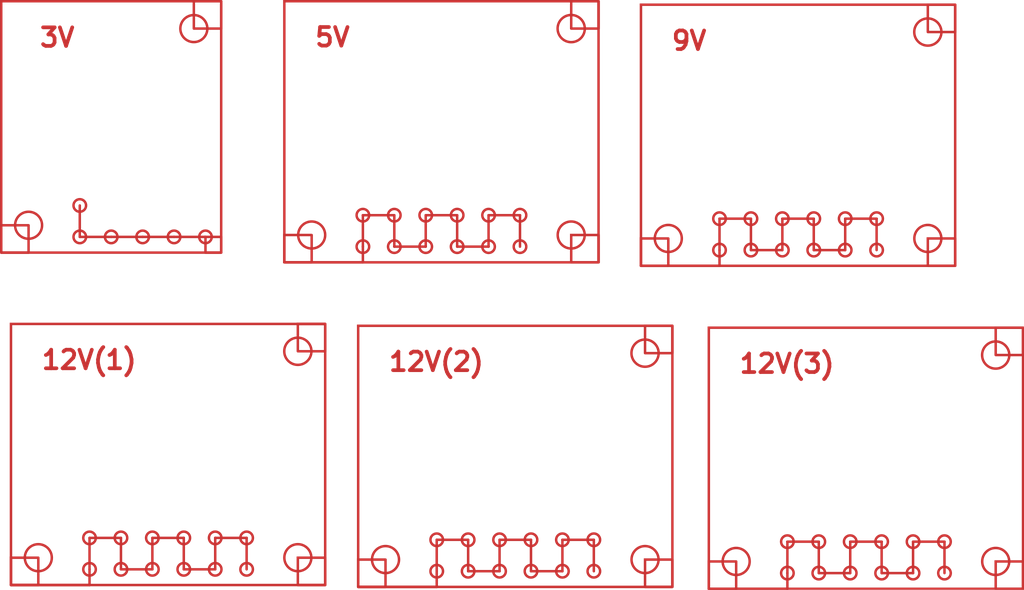
<source format=kicad_pcb>
(kicad_pcb
	(version 20241229)
	(generator "pcbnew")
	(generator_version "9.0")
	(general
		(thickness 1.6)
		(legacy_teardrops no)
	)
	(paper "A4")
	(layers
		(0 "F.Cu" signal)
		(2 "B.Cu" signal)
		(9 "F.Adhes" user "F.Adhesive")
		(11 "B.Adhes" user "B.Adhesive")
		(13 "F.Paste" user)
		(15 "B.Paste" user)
		(5 "F.SilkS" user "F.Silkscreen")
		(7 "B.SilkS" user "B.Silkscreen")
		(1 "F.Mask" user)
		(3 "B.Mask" user)
		(17 "Dwgs.User" user "User.Drawings")
		(19 "Cmts.User" user "User.Comments")
		(21 "Eco1.User" user "User.Eco1")
		(23 "Eco2.User" user "User.Eco2")
		(25 "Edge.Cuts" user)
		(27 "Margin" user)
		(31 "F.CrtYd" user "F.Courtyard")
		(29 "B.CrtYd" user "B.Courtyard")
		(35 "F.Fab" user)
		(33 "B.Fab" user)
		(39 "User.1" user)
		(41 "User.2" user)
		(43 "User.3" user)
		(45 "User.4" user)
	)
	(setup
		(pad_to_mask_clearance 0)
		(allow_soldermask_bridges_in_footprints no)
		(tenting front back)
		(pcbplotparams
			(layerselection 0x00000000_00000000_55555555_5755f5ff)
			(plot_on_all_layers_selection 0x00000000_00000000_00000000_00000000)
			(disableapertmacros no)
			(usegerberextensions no)
			(usegerberattributes yes)
			(usegerberadvancedattributes yes)
			(creategerberjobfile yes)
			(dashed_line_dash_ratio 12.000000)
			(dashed_line_gap_ratio 3.000000)
			(svgprecision 4)
			(plotframeref no)
			(mode 1)
			(useauxorigin no)
			(hpglpennumber 1)
			(hpglpenspeed 20)
			(hpglpendiameter 15.000000)
			(pdf_front_fp_property_popups yes)
			(pdf_back_fp_property_popups yes)
			(pdf_metadata yes)
			(pdf_single_document no)
			(dxfpolygonmode yes)
			(dxfimperialunits yes)
			(dxfusepcbnewfont yes)
			(psnegative no)
			(psa4output no)
			(plot_black_and_white yes)
			(sketchpadsonfab no)
			(plotpadnumbers no)
			(hidednponfab no)
			(sketchdnponfab yes)
			(crossoutdnponfab yes)
			(subtractmaskfromsilk no)
			(outputformat 1)
			(mirror no)
			(drillshape 1)
			(scaleselection 1)
			(outputdirectory "")
		)
	)
	(net 0 "")
	(gr_line
		(start 32.5374 58.6232)
		(end 32.5374 61.1632)
		(stroke
			(width 0.2)
			(type default)
		)
		(layer "F.Cu")
		(uuid "017bb5fa-747d-46c2-a259-872d0de036aa")
	)
	(gr_circle
		(center 98.171 43.8404)
		(end 97.4598 44.6786)
		(stroke
			(width 0.2)
			(type default)
		)
		(fill no)
		(layer "F.Cu")
		(uuid "028f7d4a-49fc-461c-96b2-63a4089dfa99")
	)
	(gr_circle
		(center 86.0044 35.3568)
		(end 86.0044 34.8488)
		(stroke
			(width 0.2)
			(type default)
		)
		(fill no)
		(layer "F.Cu")
		(uuid "04027d57-783b-4ae4-bd51-23eb6efcb438")
	)
	(gr_circle
		(center 33.3502 17.4498)
		(end 33.3502 18.542)
		(stroke
			(width 0.2)
			(type default)
		)
		(fill no)
		(layer "F.Cu")
		(uuid "048f68d3-8bbb-4d32-8d0d-d0fd0e5ced2d")
	)
	(gr_circle
		(center 63.8556 17.4498)
		(end 63.1444 18.288)
		(stroke
			(width 0.2)
			(type default)
		)
		(fill no)
		(layer "F.Cu")
		(uuid "0d1651c0-9ad9-440c-9ad1-8342d67cefd7")
	)
	(gr_rect
		(start 74.9808 60.5282)
		(end 77.1906 62.738)
		(stroke
			(width 0.2)
			(type default)
		)
		(fill no)
		(layer "F.Cu")
		(uuid "0d287d1a-97d7-4425-821a-86e68e15d826")
	)
	(gr_line
		(start 63.1444 58.7756)
		(end 65.6844 58.7756)
		(stroke
			(width 0.2)
			(type default)
		)
		(layer "F.Cu")
		(uuid "0dbb3a34-a726-4977-b31f-71968799b972")
	)
	(gr_circle
		(center 19.9898 33.3502)
		(end 19.9898 32.258)
		(stroke
			(width 0.2)
			(type default)
		)
		(fill no)
		(layer "F.Cu")
		(uuid "0dc64463-4ea1-4c3e-99f9-c8e25f88db85")
	)
	(gr_circle
		(center 55.5244 61.3156)
		(end 55.9308 61.0108)
		(stroke
			(width 0.2)
			(type default)
		)
		(fill no)
		(layer "F.Cu")
		(uuid "0f5155ab-c94e-4d31-b184-fc04baeae081")
	)
	(gr_line
		(start 78.3844 32.8168)
		(end 78.3844 35.3568)
		(stroke
			(width 0.2)
			(type default)
		)
		(layer "F.Cu")
		(uuid "0fb14b5e-a921-47c7-ab8f-95da22b42ff0")
	)
	(gr_circle
		(center 60.6044 58.7756)
		(end 61.1124 58.7756)
		(stroke
			(width 0.2)
			(type default)
		)
		(fill no)
		(layer "F.Cu")
		(uuid "11d755bb-13f6-48a1-a82a-eac0c217bb77")
	)
	(gr_circle
		(center 55.5244 58.7756)
		(end 55.8292 58.3692)
		(stroke
			(width 0.2)
			(type default)
		)
		(fill no)
		(layer "F.Cu")
		(uuid "12bd74cf-2fa2-4b4f-8521-0ab707408a6d")
	)
	(gr_line
		(start 63.1444 61.3156)
		(end 63.1444 58.7756)
		(stroke
			(width 0.2)
			(type default)
		)
		(layer "F.Cu")
		(uuid "13508915-149a-4544-b801-3f60db84bb8b")
	)
	(gr_rect
		(start 92.6846 34.417)
		(end 94.8944 36.6268)
		(stroke
			(width 0.2)
			(type default)
		)
		(fill no)
		(layer "F.Cu")
		(uuid "13629bf9-c96a-4b46-8888-24345bc26fa1")
	)
	(gr_line
		(start 52.9844 61.3156)
		(end 52.9844 58.7756)
		(stroke
			(width 0.2)
			(type default)
		)
		(layer "F.Cu")
		(uuid "16074348-bfd0-4f3d-ba11-ea97221a71ed")
	)
	(gr_circle
		(center 41.7576 43.5356)
		(end 41.0464 44.3738)
		(stroke
			(width 0.2)
			(type default)
		)
		(fill no)
		(layer "F.Cu")
		(uuid "17418aed-b574-4d24-85a6-0d080d9db49a")
	)
	(gr_circle
		(center 58.0644 61.3156)
		(end 57.5564 61.3156)
		(stroke
			(width 0.2)
			(type default)
		)
		(fill no)
		(layer "F.Cu")
		(uuid "174c9129-de7f-489b-98e0-0947dfcdd5ff")
	)
	(gr_line
		(start 24.9174 58.6232)
		(end 27.4574 58.6232)
		(stroke
			(width 0.2)
			(type default)
		)
		(layer "F.Cu")
		(uuid "19829982-fad9-4374-98dd-d196878e4e3c")
	)
	(gr_circle
		(center 75.8444 32.8168)
		(end 75.8444 32.3088)
		(stroke
			(width 0.2)
			(type default)
		)
		(fill no)
		(layer "F.Cu")
		(uuid "1bb1f699-ef38-4056-811e-dab6326b1973")
	)
	(gr_circle
		(center 63.1444 61.3156)
		(end 63.1444 60.8076)
		(stroke
			(width 0.2)
			(type default)
		)
		(fill no)
		(layer "F.Cu")
		(uuid "1de4c85c-822b-4de2-a753-b2f4c345b252")
	)
	(gr_rect
		(start 63.8556 15.24)
		(end 66.0654 17.4498)
		(stroke
			(width 0.2)
			(type default)
		)
		(fill no)
		(layer "F.Cu")
		(uuid "1f5220b4-85c4-4825-9cb8-5540edd776f1")
	)
	(gr_rect
		(start 18.5674 41.3258)
		(end 43.9674 62.4332)
		(stroke
			(width 0.2)
			(type default)
		)
		(fill no)
		(layer "F.Cu")
		(uuid "21ce7aff-9844-4490-9c12-f634a0354f15")
	)
	(gr_circle
		(center 86.0044 32.8168)
		(end 86.0044 33.3248)
		(stroke
			(width 0.2)
			(type default)
		)
		(fill no)
		(layer "F.Cu")
		(uuid "22811b9c-25ac-424b-a2ba-c953018b5a29")
	)
	(gr_circle
		(center 80.9244 32.8168)
		(end 81.4324 32.8168)
		(stroke
			(width 0.2)
			(type default)
		)
		(fill no)
		(layer "F.Cu")
		(uuid "2611e11b-bfbf-4ef5-8221-b79406548c18")
	)
	(gr_circle
		(center 65.6844 58.7756)
		(end 66.1924 58.7756)
		(stroke
			(width 0.2)
			(type default)
		)
		(fill no)
		(layer "F.Cu")
		(uuid "269a6d33-2120-4709-9e23-ef9957582a44")
	)
	(gr_line
		(start 59.7154 32.5374)
		(end 59.7154 35.0774)
		(stroke
			(width 0.2)
			(type default)
		)
		(layer "F.Cu")
		(uuid "2720ee83-1b63-4777-9760-bec96591dc8e")
	)
	(gr_line
		(start 54.6354 35.0774)
		(end 57.1754 35.0774)
		(stroke
			(width 0.2)
			(type default)
		)
		(layer "F.Cu")
		(uuid "285d450c-bacd-4d3d-9ae5-ff3b1040a447")
	)
	(gr_circle
		(center 29.9974 61.1632)
		(end 29.4894 61.1632)
		(stroke
			(width 0.2)
			(type default)
		)
		(fill no)
		(layer "F.Cu")
		(uuid "28b71d80-5196-4491-b08f-09d40c2a5a3c")
	)
	(gr_line
		(start 81.3308 62.738)
		(end 81.3308 61.468)
		(stroke
			(width 0.2)
			(type default)
		)
		(layer "F.Cu")
		(uuid "299fbbb1-191e-4bc8-9793-17e636254e52")
	)
	(gr_line
		(start 88.5444 32.8168)
		(end 88.5444 35.3568)
		(stroke
			(width 0.2)
			(type default)
		)
		(layer "F.Cu")
		(uuid "2a6556b0-a43c-4465-871c-752c54d4b675")
	)
	(gr_circle
		(center 24.9174 61.1632)
		(end 25.4254 61.1632)
		(stroke
			(width 0.2)
			(type default)
		)
		(fill no)
		(layer "F.Cu")
		(uuid "2a6bce85-0356-4e85-a2d0-9fb26fe303ad")
	)
	(gr_line
		(start 91.4908 61.468)
		(end 91.4908 58.928)
		(stroke
			(width 0.2)
			(type default)
		)
		(layer "F.Cu")
		(uuid "2afb83ad-9f2a-4ae2-85f0-dfe2dd0bd50c")
	)
	(gr_circle
		(center 52.0954 35.0774)
		(end 51.5874 35.0774)
		(stroke
			(width 0.2)
			(type default)
		)
		(fill no)
		(layer "F.Cu")
		(uuid "2d624912-ae39-4704-b11f-09430e7e912c")
	)
	(gr_line
		(start 29.21 34.29)
		(end 26.67 34.29)
		(stroke
			(width 0.2)
			(type default)
		)
		(layer "F.Cu")
		(uuid "2e0df0e5-83da-4bf7-b706-edc3c8cea0fa")
	)
	(gr_rect
		(start 34.29 34.29)
		(end 35.56 35.56)
		(stroke
			(width 0.2)
			(type default)
		)
		(fill no)
		(layer "F.Cu")
		(uuid "3057a239-e5bb-49f5-8833-f086e3b918dd")
	)
	(gr_rect
		(start 17.78 15.24)
		(end 35.56 35.56)
		(stroke
			(width 0.2)
			(type default)
		)
		(fill no)
		(layer "F.Cu")
		(uuid "320cd50b-f92c-450e-b336-eed40d46a16f")
	)
	(gr_line
		(start 86.4108 58.928)
		(end 88.9508 58.928)
		(stroke
			(width 0.2)
			(type default)
		)
		(layer "F.Cu")
		(uuid "320d53bc-39d6-4171-830d-0d4e3dee100d")
	)
	(gr_line
		(start 24.13 34.29)
		(end 24.13 31.75)
		(stroke
			(width 0.2)
			(type default)
		)
		(layer "F.Cu")
		(uuid "34af4901-ffba-48f4-8c79-b3e423cce4db")
	)
	(gr_circle
		(center 59.7154 32.5374)
		(end 60.2234 32.5374)
		(stroke
			(width 0.2)
			(type default)
		)
		(fill no)
		(layer "F.Cu")
		(uuid "376a084e-dd2c-4736-8485-80a69fbc7884")
	)
	(gr_circle
		(center 60.6044 61.3156)
		(end 61.1124 61.341)
		(stroke
			(width 0.2)
			(type default)
		)
		(fill no)
		(layer "F.Cu")
		(uuid "37bd9bf9-54ec-4aeb-8e57-b44af009684f")
	)
	(gr_line
		(start 52.0954 35.0774)
		(end 52.0954 32.5374)
		(stroke
			(width 0.2)
			(type default)
		)
		(layer "F.Cu")
		(uuid "38701764-8774-4a1a-9685-1bf3ad7f7266")
	)
	(gr_circle
		(center 24.13 34.29)
		(end 24.1554 33.782)
		(stroke
			(width 0.2)
			(type default)
		)
		(fill no)
		(layer "F.Cu")
		(uuid "3b1dad66-3cf0-4941-8385-0d8ec13e255d")
	)
	(gr_line
		(start 57.1754 35.0774)
		(end 57.1754 32.5374)
		(stroke
			(width 0.2)
			(type default)
		)
		(layer "F.Cu")
		(uuid "3bc79c81-c30d-477b-bf5a-3d14ccc71523")
	)
	(gr_circle
		(center 29.21 34.29)
		(end 29.718 34.29)
		(stroke
			(width 0.2)
			(type default)
		)
		(fill no)
		(layer "F.Cu")
		(uuid "3c7ca423-49a8-4dbb-b3f2-4be4a0f069cf")
	)
	(gr_circle
		(center 26.67 34.29)
		(end 26.6954 33.782)
		(stroke
			(width 0.2)
			(type default)
		)
		(fill no)
		(layer "F.Cu")
		(uuid "3c91da02-ae7c-4b1f-b8b1-237b09aa623c")
	)
	(gr_circle
		(center 35.0774 58.6232)
		(end 35.0774 59.1312)
		(stroke
			(width 0.2)
			(type default)
		)
		(fill no)
		(layer "F.Cu")
		(uuid "3cc29b90-1db9-42f4-94d7-cd657aaeade1")
	)
	(gr_line
		(start 75.8444 35.3568)
		(end 75.8444 32.8168)
		(stroke
			(width 0.2)
			(type default)
		)
		(layer "F.Cu")
		(uuid "3cf06fac-981a-4a63-8dd9-4c420ccd3874")
	)
	(gr_rect
		(start 69.4944 15.5194)
		(end 94.8944 36.6268)
		(stroke
			(width 0.2)
			(type default)
		)
		(fill no)
		(layer "F.Cu")
		(uuid "401a4079-cbca-4453-be1c-101fc966ce9e")
	)
	(gr_line
		(start 52.0954 32.5374)
		(end 54.6354 32.5374)
		(stroke
			(width 0.2)
			(type default)
		)
		(layer "F.Cu")
		(uuid "40513683-f0da-4c72-a0d4-cdf9acab4369")
	)
	(gr_line
		(start 74.9808 62.738)
		(end 81.3308 62.738)
		(stroke
			(width 0.2)
			(type default)
		)
		(layer "F.Cu")
		(uuid "40863118-43a9-410e-b848-bc57cffc606c")
	)
	(gr_circle
		(center 47.0154 35.0774)
		(end 47.5234 35.0774)
		(stroke
			(width 0.2)
			(type default)
		)
		(fill no)
		(layer "F.Cu")
		(uuid "442f120c-6d42-4239-bdd1-eec72d9cd910")
	)
	(gr_line
		(start 54.6354 32.5374)
		(end 54.6354 35.0774)
		(stroke
			(width 0.2)
			(type default)
		)
		(layer "F.Cu")
		(uuid "45896416-5903-4bf9-b288-1d72df617914")
	)
	(gr_circle
		(center 37.6174 58.6232)
		(end 38.1254 58.6232)
		(stroke
			(width 0.2)
			(type default)
		)
		(fill no)
		(layer "F.Cu")
		(uuid "45c08e50-4d5c-41dd-ae6e-7b9d6cf6d9d8")
	)
	(gr_circle
		(center 58.0644 58.7756)
		(end 58.5724 58.7756)
		(stroke
			(width 0.2)
			(type default)
		)
		(fill no)
		(layer "F.Cu")
		(uuid "4659e46f-b2f2-41b6-8c4b-0f3658ab4800")
	)
	(gr_circle
		(center 47.0154 32.5374)
		(end 47.0154 32.0294)
		(stroke
			(width 0.2)
			(type default)
		)
		(fill no)
		(layer "F.Cu")
		(uuid "4a0fe485-e471-41a8-abb0-ed84d4e01dcd")
	)
	(gr_circle
		(center 83.4644 35.3568)
		(end 83.9724 35.3822)
		(stroke
			(width 0.2)
			(type default)
		)
		(fill no)
		(layer "F.Cu")
		(uuid "4c95dee5-c126-49c5-9452-f217b088b657")
	)
	(gr_line
		(start 35.0774 61.1632)
		(end 35.0774 58.6232)
		(stroke
			(width 0.2)
			(type default)
		)
		(layer "F.Cu")
		(uuid "5020a9e3-3c7f-4ec2-b7c3-7abd96894173")
	)
	(gr_line
		(start 52.9844 62.5856)
		(end 52.9844 61.3156)
		(stroke
			(width 0.2)
			(type default)
		)
		(layer "F.Cu")
		(uuid "5080d688-4b02-4117-97dc-3d73237d4192")
	)
	(gr_line
		(start 80.9244 32.8168)
		(end 83.4644 32.8168)
		(stroke
			(width 0.2)
			(type default)
		)
		(layer "F.Cu")
		(uuid "51e09e98-5d2f-46d2-b805-250c03102bf7")
	)
	(gr_rect
		(start 17.78 33.3502)
		(end 19.9898 35.56)
		(stroke
			(width 0.2)
			(type default)
		)
		(fill no)
		(layer "F.Cu")
		(uuid "52695eff-39f9-419d-8981-8db129d1f8eb")
	)
	(gr_line
		(start 86.4108 61.468)
		(end 86.4108 58.928)
		(stroke
			(width 0.2)
			(type default)
		)
		(layer "F.Cu")
		(uuid "545ead24-1fb5-47d7-a45b-6319c6ee6880")
	)
	(gr_rect
		(start 40.6654 15.24)
		(end 66.0654 36.3474)
		(stroke
			(width 0.2)
			(type default)
		)
		(fill no)
		(layer "F.Cu")
		(uuid "54f060bc-0780-4725-9e6f-3ea997aea16f")
	)
	(gr_line
		(start 31.75 34.29)
		(end 29.21 34.29)
		(stroke
			(width 0.2)
			(type default)
		)
		(layer "F.Cu")
		(uuid "56973edd-00ca-435e-94c3-84a77c55aeb3")
	)
	(gr_circle
		(center 88.9508 61.468)
		(end 89.4588 61.4934)
		(stroke
			(width 0.2)
			(type default)
		)
		(fill no)
		(layer "F.Cu")
		(uuid "5778d47f-567e-4154-a65a-12fe7f4be461")
	)
	(gr_circle
		(center 48.8442 60.3758)
		(end 48.8442 59.2836)
		(stroke
			(width 0.2)
			(type default)
		)
		(fill no)
		(layer "F.Cu")
		(uuid "57e98dea-5b30-42dc-af21-3e34d83223b4")
	)
	(gr_circle
		(center 49.5554 32.5374)
		(end 49.8602 32.131)
		(stroke
			(width 0.2)
			(type default)
		)
		(fill no)
		(layer "F.Cu")
		(uuid "594bd890-765d-4c8f-bee4-30b5fd46dfd2")
	)
	(gr_line
		(start 27.4574 61.1632)
		(end 29.9974 61.1632)
		(stroke
			(width 0.2)
			(type default)
		)
		(layer "F.Cu")
		(uuid "5ad6da43-b54e-4bb7-b575-bc70d1f411b5")
	)
	(gr_line
		(start 81.3308 61.468)
		(end 81.3308 58.928)
		(stroke
			(width 0.2)
			(type default)
		)
		(layer "F.Cu")
		(uuid "5f90e5bd-7157-4ccb-87b5-ba26c996baa3")
	)
	(gr_circle
		(center 27.4574 58.6232)
		(end 27.7622 58.2168)
		(stroke
			(width 0.2)
			(type default)
		)
		(fill no)
		(layer "F.Cu")
		(uuid "5fadbb5a-ca3e-4b8f-a6d3-7cf84996c772")
	)
	(gr_circle
		(center 80.9244 35.3568)
		(end 80.4164 35.3568)
		(stroke
			(width 0.2)
			(type default)
		)
		(fill no)
		(layer "F.Cu")
		(uuid "5fc64073-f951-4066-af7f-8b475a5dac25")
	)
	(gr_circle
		(center 63.1444 58.7756)
		(end 63.1444 59.2836)
		(stroke
			(width 0.2)
			(type default)
		)
		(fill no)
		(layer "F.Cu")
		(uuid "6148fc24-6851-4d44-951a-21eb4f3b59fa")
	)
	(gr_circle
		(center 59.7154 35.0774)
		(end 60.1218 34.7726)
		(stroke
			(width 0.2)
			(type default)
		)
		(fill no)
		(layer "F.Cu")
		(uuid "6558b420-6a87-42d8-9fdd-af66afcb25a1")
	)
	(gr_line
		(start 24.9174 62.4332)
		(end 24.9174 61.1632)
		(stroke
			(width 0.2)
			(type default)
		)
		(layer "F.Cu")
		(uuid "66232e1a-f84d-4274-85e1-41960a81b87f")
	)
	(gr_circle
		(center 32.5374 61.1632)
		(end 33.0454 61.1886)
		(stroke
			(width 0.2)
			(type default)
		)
		(fill no)
		(layer "F.Cu")
		(uuid "6671b34a-c189-455c-b255-338903851762")
	)
	(gr_rect
		(start 69.8246 60.3758)
		(end 72.0344 62.5856)
		(stroke
			(width 0.2)
			(type default)
		)
		(fill no)
		(layer "F.Cu")
		(uuid "6859a5a5-66c9-40e0-a335-865a448548ab")
	)
	(gr_line
		(start 35.0774 58.6232)
		(end 37.6174 58.6232)
		(stroke
			(width 0.2)
			(type default)
		)
		(layer "F.Cu")
		(uuid "6bc8cd0a-6e03-44b5-b510-75b2504bbc08")
	)
	(gr_rect
		(start 41.7576 60.2234)
		(end 43.9674 62.4332)
		(stroke
			(width 0.2)
			(type default)
		)
		(fill no)
		(layer "F.Cu")
		(uuid "6cb50275-a0bb-4e4e-8ebb-a38b255d3aab")
	)
	(gr_circle
		(center 24.9174 58.6232)
		(end 24.9174 58.1152)
		(stroke
			(width 0.2)
			(type default)
		)
		(fill no)
		(layer "F.Cu")
		(uuid "6e466a40-3dea-468e-b34d-fc64dd468e50")
	)
	(gr_circle
		(center 81.3308 61.468)
		(end 81.8388 61.468)
		(stroke
			(width 0.2)
			(type default)
		)
		(fill no)
		(layer "F.Cu")
		(uuid "6f78171c-ff91-4988-b7b7-75a19f52ffd1")
	)
	(gr_circle
		(center 88.9508 58.928)
		(end 89.4588 58.928)
		(stroke
			(width 0.2)
			(type default)
		)
		(fill no)
		(layer "F.Cu")
		(uuid "6f8248f4-913a-4806-8445-72f2eacac7d6")
	)
	(gr_line
		(start 60.6044 58.7756)
		(end 60.6044 61.3156)
		(stroke
			(width 0.2)
			(type default)
		)
		(layer "F.Cu")
		(uuid "6f85932b-4c01-4b56-9668-f81547187aa2")
	)
	(gr_circle
		(center 34.29 34.29)
		(end 34.3154 33.782)
		(stroke
			(width 0.2)
			(type default)
		)
		(fill no)
		(layer "F.Cu")
		(uuid "6ff26e3e-0829-4b07-bb8e-8c3e7e49c0f8")
	)
	(gr_rect
		(start 69.8246 41.4782)
		(end 72.0344 43.688)
		(stroke
			(width 0.2)
			(type default)
		)
		(fill no)
		(layer "F.Cu")
		(uuid "709bd9f0-927f-40a0-b0a2-8c70e064db46")
	)
	(gr_circle
		(center 35.0774 61.1632)
		(end 35.0774 60.6552)
		(stroke
			(width 0.2)
			(type default)
		)
		(fill no)
		(layer "F.Cu")
		(uuid "71b65f91-d435-4570-b32d-c4337f923c41")
	)
	(gr_line
		(start 40.6654 36.3474)
		(end 47.0154 36.3474)
		(stroke
			(width 0.2)
			(type default)
		)
		(layer "F.Cu")
		(uuid "728d0a3e-a5f4-4685-bcae-40d5e5fbf530")
	)
	(gr_line
		(start 55.5244 58.7756)
		(end 55.5244 61.3156)
		(stroke
			(width 0.2)
			(type default)
		)
		(layer "F.Cu")
		(uuid "72bcd54c-811c-4059-b3b0-a395b3623c1c")
	)
	(gr_rect
		(start 40.6654 34.1376)
		(end 42.8752 36.3474)
		(stroke
			(width 0.2)
			(type default)
		)
		(fill no)
		(layer "F.Cu")
		(uuid "74165322-ee42-419d-bd47-88f6423765a2")
	)
	(gr_rect
		(start 46.6344 41.4782)
		(end 72.0344 62.5856)
		(stroke
			(width 0.2)
			(type default)
		)
		(fill no)
		(layer "F.Cu")
		(uuid "754261ce-b295-4d4a-9866-c2a8ddb4c90a")
	)
	(gr_line
		(start 29.9974 58.6232)
		(end 32.5374 58.6232)
		(stroke
			(width 0.2)
			(type default)
		)
		(layer "F.Cu")
		(uuid "766305ef-d489-4e15-a645-ec5af10a211a")
	)
	(gr_line
		(start 49.5554 32.5374)
		(end 49.5554 35.0774)
		(stroke
			(width 0.2)
			(type default)
		)
		(layer "F.Cu")
		(uuid "791f86dc-764e-41f1-901c-a63ce4c34739")
	)
	(gr_circle
		(center 41.7576 60.2234)
		(end 40.6654 60.2234)
		(stroke
			(width 0.2)
			(type default)
		)
		(fill no)
		(layer "F.Cu")
		(uuid "79ad4bf6-361d-4c53-865a-9c3574e08d0f")
	)
	(gr_circle
		(center 52.9844 61.3156)
		(end 53.4924 61.3156)
		(stroke
			(width 0.2)
			(type default)
		)
		(fill no)
		(layer "F.Cu")
		(uuid "7a1fecba-69c6-4d4c-8130-788d2bace06e")
	)
	(gr_line
		(start 37.6174 58.6232)
		(end 37.6174 61.1632)
		(stroke
			(width 0.2)
			(type default)
		)
		(layer "F.Cu")
		(uuid "7d9f00d3-c86f-4cf1-b41d-203aac4218da")
	)
	(gr_circle
		(center 83.8708 58.928)
		(end 84.1756 58.5216)
		(stroke
			(width 0.2)
			(type default)
		)
		(fill no)
		(layer "F.Cu")
		(uuid "7dc1ddef-e22f-4d39-93e6-56ed9891edbd")
	)
	(gr_circle
		(center 88.5444 32.8168)
		(end 89.0524 32.8168)
		(stroke
			(width 0.2)
			(type default)
		)
		(fill no)
		(layer "F.Cu")
		(uuid "7eb50787-6aee-4c1d-b39b-39a3a51bfe8b")
	)
	(gr_circle
		(center 78.3844 32.8168)
		(end 78.6892 32.4104)
		(stroke
			(width 0.2)
			(type default)
		)
		(fill no)
		(layer "F.Cu")
		(uuid "7ecbb449-51ad-4518-9b9a-72c8d23cce23")
	)
	(gr_circle
		(center 65.6844 61.3156)
		(end 66.0908 61.0108)
		(stroke
			(width 0.2)
			(type default)
		)
		(fill no)
		(layer "F.Cu")
		(uuid "80222fd6-19bb-4543-8a1d-958d7bef2b88")
	)
	(gr_line
		(start 83.4644 35.3568)
		(end 86.0044 35.3568)
		(stroke
			(width 0.2)
			(type default)
		)
		(layer "F.Cu")
		(uuid "81605b60-f920-4cea-b73f-e579e62f54bf")
	)
	(gr_line
		(start 29.9974 61.1632)
		(end 29.9974 58.6232)
		(stroke
			(width 0.2)
			(type default)
		)
		(layer "F.Cu")
		(uuid "8a0891b9-66ad-4723-9d20-0ebec07be023")
	)
	(gr_circle
		(center 75.8444 35.3568)
		(end 76.3524 35.3568)
		(stroke
			(width 0.2)
			(type default)
		)
		(fill no)
		(layer "F.Cu")
		(uuid "8be53639-c109-4b8a-8be3-549bb1e863b8")
	)
	(gr_circle
		(center 54.6354 35.0774)
		(end 55.1434 35.1028)
		(stroke
			(width 0.2)
			(type default)
		)
		(fill no)
		(layer "F.Cu")
		(uuid "8bf015dc-4dea-4cf0-b80c-4aa09d8cb720")
	)
	(gr_circle
		(center 69.8246 43.688)
		(end 69.1134 44.5262)
		(stroke
			(width 0.2)
			(type default)
		)
		(fill no)
		(layer "F.Cu")
		(uuid "8c568c0e-a486-4c15-95b8-385fc59ea9ef")
	)
	(gr_circle
		(center 69.8246 60.3758)
		(end 68.7324 60.3758)
		(stroke
			(width 0.2)
			(type default)
		)
		(fill no)
		(layer "F.Cu")
		(uuid "8cd3e776-8176-4393-9827-be5e0d420d4c")
	)
	(gr_line
		(start 47.0154 32.5374)
		(end 49.5554 32.5374)
		(stroke
			(width 0.2)
			(type default)
		)
		(layer "F.Cu")
		(uuid "8df4f751-8f9d-4bbc-9dee-4c7bc4ca0e06")
	)
	(gr_line
		(start 18.5674 62.4332)
		(end 24.9174 62.4332)
		(stroke
			(width 0.2)
			(type default)
		)
		(layer "F.Cu")
		(uuid "8e94c5d5-f24a-415a-a69d-3a972c099933")
	)
	(gr_line
		(start 52.9844 58.7756)
		(end 55.5244 58.7756)
		(stroke
			(width 0.2)
			(type default)
		)
		(layer "F.Cu")
		(uuid "8f190120-7123-49ac-a781-06744ea02262")
	)
	(gr_line
		(start 58.0644 58.7756)
		(end 60.6044 58.7756)
		(stroke
			(width 0.2)
			(type default)
		)
		(layer "F.Cu")
		(uuid "8f28599f-1819-47ce-9b0b-86a419389249")
	)
	(gr_circle
		(center 52.0954 32.5374)
		(end 52.6034 32.5374)
		(stroke
			(width 0.2)
			(type default)
		)
		(fill no)
		(layer "F.Cu")
		(uuid "8f5c873e-823b-4a5d-8a8f-ed0bad77daa4")
	)
	(gr_line
		(start 75.8444 36.6268)
		(end 75.8444 35.3568)
		(stroke
			(width 0.2)
			(type default)
		)
		(layer "F.Cu")
		(uuid "8fba3a34-fabc-4acc-8ef2-e9fc6be92768")
	)
	(gr_circle
		(center 57.1754 35.0774)
		(end 57.1754 34.5694)
		(stroke
			(width 0.2)
			(type default)
		)
		(fill no)
		(layer "F.Cu")
		(uuid "909a8474-485e-4773-bf8d-cd5d00a01655")
	)
	(gr_line
		(start 69.4944 36.6268)
		(end 75.8444 36.6268)
		(stroke
			(width 0.2)
			(type default)
		)
		(layer "F.Cu")
		(uuid "91e0cf7c-2933-4453-b00f-69973a317d1f")
	)
	(gr_line
		(start 86.0044 32.8168)
		(end 88.5444 32.8168)
		(stroke
			(width 0.2)
			(type default)
		)
		(layer "F.Cu")
		(uuid "93540992-dc6f-411a-b1e7-e957f8290a5f")
	)
	(gr_circle
		(center 81.3308 58.928)
		(end 81.3308 58.42)
		(stroke
			(width 0.2)
			(type default)
		)
		(fill no)
		(layer "F.Cu")
		(uuid "9580d778-268f-407e-aeaa-f121ad1f2eb5")
	)
	(gr_circle
		(center 88.5444 35.3568)
		(end 88.9508 35.052)
		(stroke
			(width 0.2)
			(type default)
		)
		(fill no)
		(layer "F.Cu")
		(uuid "96c67ef0-fe70-46ea-98ad-140c2c73e9a5")
	)
	(gr_line
		(start 49.5554 35.0774)
		(end 52.0954 35.0774)
		(stroke
			(width 0.2)
			(type default)
		)
		(layer "F.Cu")
		(uuid "9bdc2a1f-3263-4e29-8c3c-e559d116744e")
	)
	(gr_circle
		(center 32.5374 58.6232)
		(end 33.0454 58.6232)
		(stroke
			(width 0.2)
			(type default)
		)
		(fill no)
		(layer "F.Cu")
		(uuid "9c6a3004-aca8-4f09-9950-98d30142fbda")
	)
	(gr_line
		(start 26.67 34.29)
		(end 24.13 34.29)
		(stroke
			(width 0.2)
			(type default)
		)
		(layer "F.Cu")
		(uuid "9d21c287-6877-4b39-aa33-a50008f5bbc4")
	)
	(gr_circle
		(center 86.4108 58.928)
		(end 86.9188 58.928)
		(stroke
			(width 0.2)
			(type default)
		)
		(fill no)
		(layer "F.Cu")
		(uuid "a06440e5-8c1e-4811-b2e4-f41fab0039a0")
	)
	(gr_circle
		(center 29.9974 58.6232)
		(end 30.5054 58.6232)
		(stroke
			(width 0.2)
			(type default)
		)
		(fill no)
		(layer "F.Cu")
		(uuid "a374172c-1f09-4a87-96c7-d74b3f2edbcb")
	)
	(gr_circle
		(center 54.6354 32.5374)
		(end 55.1434 32.5374)
		(stroke
			(width 0.2)
			(type default)
		)
		(fill no)
		(layer "F.Cu")
		(uuid "a3d1ddb2-f384-4753-8cdf-06430d8cbe2d")
	)
	(gr_line
		(start 88.9508 58.928)
		(end 88.9508 61.468)
		(stroke
			(width 0.2)
			(type default)
		)
		(layer "F.Cu")
		(uuid "a45a95ed-bd05-4b5e-a5e4-8902ec788d48")
	)
	(gr_line
		(start 81.3308 58.928)
		(end 83.8708 58.928)
		(stroke
			(width 0.2)
			(type default)
		)
		(layer "F.Cu")
		(uuid "a464808e-e21c-4fa7-b9ae-41cacf24b34a")
	)
	(gr_line
		(start 83.4644 32.8168)
		(end 83.4644 35.3568)
		(stroke
			(width 0.2)
			(type default)
		)
		(layer "F.Cu")
		(uuid "a6a3de47-03a0-4942-acb1-19ca2d57a8b0")
	)
	(gr_line
		(start 65.6844 58.7756)
		(end 65.6844 61.3156)
		(stroke
			(width 0.2)
			(type default)
		)
		(layer "F.Cu")
		(uuid "a937f1f4-c9f5-4037-9162-7e123f81a9a2")
	)
	(gr_line
		(start 88.9508 61.468)
		(end 91.4908 61.468)
		(stroke
			(width 0.2)
			(type default)
		)
		(layer "F.Cu")
		(uuid "aa43f8d3-a3d3-40e9-a9be-7c4a6c9f8c47")
	)
	(gr_line
		(start 55.5244 61.3156)
		(end 58.0644 61.3156)
		(stroke
			(width 0.2)
			(type default)
		)
		(layer "F.Cu")
		(uuid "aab53be3-8700-4a40-a011-a2c9b6e2cacf")
	)
	(gr_line
		(start 32.5374 61.1632)
		(end 35.0774 61.1632)
		(stroke
			(width 0.2)
			(type default)
		)
		(layer "F.Cu")
		(uuid "ab2e57e5-5479-4d0f-97c4-d3ed9c54c6d4")
	)
	(gr_line
		(start 58.0644 61.3156)
		(end 58.0644 58.7756)
		(stroke
			(width 0.2)
			(type default)
		)
		(layer "F.Cu")
		(uuid "abc55630-72ec-4cfd-9a1b-2063b4beb7b7")
	)
	(gr_circle
		(center 86.4108 61.468)
		(end 85.9028 61.468)
		(stroke
			(width 0.2)
			(type default)
		)
		(fill no)
		(layer "F.Cu")
		(uuid "ae336e1a-0f96-4098-b3da-1736d27826a2")
	)
	(gr_line
		(start 83.8708 61.468)
		(end 86.4108 61.468)
		(stroke
			(width 0.2)
			(type default)
		)
		(layer "F.Cu")
		(uuid "aec0649b-912b-4a41-a269-45ac44b5bf9b")
	)
	(gr_rect
		(start 41.7576 41.3258)
		(end 43.9674 43.5356)
		(stroke
			(width 0.2)
			(type default)
		)
		(fill no)
		(layer "F.Cu")
		(uuid "b04efd39-6cb1-4177-9515-4dd823e1dc12")
	)
	(gr_rect
		(start 98.171 60.5282)
		(end 100.3808 62.738)
		(stroke
			(width 0.2)
			(type default)
		)
		(fill no)
		(layer "F.Cu")
		(uuid "b06cbc8a-6b73-4022-bcdd-bbf27a6d8b4c")
	)
	(gr_circle
		(center 91.4908 58.928)
		(end 91.4908 59.436)
		(stroke
			(width 0.2)
			(type default)
		)
		(fill no)
		(layer "F.Cu")
		(uuid "b262fb1b-f8b1-4b86-85a5-601552875002")
	)
	(gr_rect
		(start 74.9808 41.6306)
		(end 100.3808 62.738)
		(stroke
			(width 0.2)
			(type default)
		)
		(fill no)
		(layer "F.Cu")
		(uuid "b3f948de-c3c3-4d1b-89d1-dbc64d8e7457")
	)
	(gr_circle
		(center 20.7772 60.2234)
		(end 20.7772 59.1312)
		(stroke
			(width 0.2)
			(type default)
		)
		(fill no)
		(layer "F.Cu")
		(uuid "b6c60856-dc83-4920-80d1-93762f7fc8bc")
	)
	(gr_circle
		(center 37.6174 61.1632)
		(end 38.0238 60.8584)
		(stroke
			(width 0.2)
			(type default)
		)
		(fill no)
		(layer "F.Cu")
		(uuid "b73482b6-04f3-45d3-8856-6b3111e39659")
	)
	(gr_line
		(start 24.9174 61.1632)
		(end 24.9174 58.6232)
		(stroke
			(width 0.2)
			(type default)
		)
		(layer "F.Cu")
		(uuid "b7461f8d-2dc5-48eb-913e-2a00dcde41a3")
	)
	(gr_line
		(start 94.0308 58.928)
		(end 94.0308 61.468)
		(stroke
			(width 0.2)
			(type default)
		)
		(layer "F.Cu")
		(uuid "b8a4cf8d-6653-4382-b9d7-d92aedad3c31")
	)
	(gr_line
		(start 47.0154 35.0774)
		(end 47.0154 32.5374)
		(stroke
			(width 0.2)
			(type default)
		)
		(layer "F.Cu")
		(uuid "b91c02df-5f40-4fdf-9597-c4e77eb95e15")
	)
	(gr_line
		(start 78.3844 35.3568)
		(end 80.9244 35.3568)
		(stroke
			(width 0.2)
			(type default)
		)
		(layer "F.Cu")
		(uuid "b950e59e-d39f-4793-a69b-755b7578c2b3")
	)
	(gr_circle
		(center 92.6846 17.7292)
		(end 91.9734 18.5674)
		(stroke
			(width 0.2)
			(type default)
		)
		(fill no)
		(layer "F.Cu")
		(uuid "bb0b28b4-ccfa-46b1-87ce-2d22ee33ce82")
	)
	(gr_line
		(start 34.29 34.29)
		(end 31.75 34.29)
		(stroke
			(width 0.2)
			(type default)
		)
		(layer "F.Cu")
		(uuid "bd9a1a44-0fe6-4ef7-b30c-8c8aa36f3a50")
	)
	(gr_rect
		(start 18.5674 60.2234)
		(end 20.7772 62.4332)
		(stroke
			(width 0.2)
			(type default)
		)
		(fill no)
		(layer "F.Cu")
		(uuid "beb168b9-13e5-4502-9124-462aaa31405f")
	)
	(gr_rect
		(start 46.6344 60.3758)
		(end 48.8442 62.5856)
		(stroke
			(width 0.2)
			(type default)
		)
		(fill no)
		(layer "F.Cu")
		(uuid "bf29fdd9-0f67-4adc-b251-7b38788ad7ca")
	)
	(gr_rect
		(start 69.4944 34.417)
		(end 71.7042 36.6268)
		(stroke
			(width 0.2)
			(type default)
		)
		(fill no)
		(layer "F.Cu")
		(uuid "c15d2ef4-278e-4f45-83a3-4bc109976668")
	)
	(gr_line
		(start 80.9244 35.3568)
		(end 80.9244 32.8168)
		(stroke
			(width 0.2)
			(type default)
		)
		(layer "F.Cu")
		(uuid "c518a3cc-5f32-4a13-a9d3-fd8816129527")
	)
	(gr_circle
		(center 77.1906 60.5282)
		(end 77.1906 59.436)
		(stroke
			(width 0.2)
			(type default)
		)
		(fill no)
		(layer "F.Cu")
		(uuid "cb2e055a-3848-4081-8ce6-629acba6168b")
	)
	(gr_circle
		(center 98.171 60.5282)
		(end 97.0788 60.5282)
		(stroke
			(width 0.2)
			(type default)
		)
		(fill no)
		(layer "F.Cu")
		(uuid "cb3a4a09-977d-4dec-b61c-fbb2f7663df5")
	)
	(gr_line
		(start 86.0044 35.3568)
		(end 86.0044 32.8168)
		(stroke
			(width 0.2)
			(type default)
		)
		(layer "F.Cu")
		(uuid "cc1858fd-ba30-426d-854f-52551a02563b")
	)
	(gr_circle
		(center 42.8752 34.1376)
		(end 42.8752 33.0454)
		(stroke
			(width 0.2)
			(type default)
		)
		(fill no)
		(layer "F.Cu")
		(uuid "cc5cae5f-4d96-40a0-9c8c-ef1ff2850a9e")
	)
	(gr_line
		(start 75.8444 32.8168)
		(end 78.3844 32.8168)
		(stroke
			(width 0.2)
			(type default)
		)
		(layer "F.Cu")
		(uuid "d3922bb5-d634-40bc-8d63-dc06ee109462")
	)
	(gr_circle
		(center 52.9844 58.7756)
		(end 52.9844 58.2676)
		(stroke
			(width 0.2)
			(type default)
		)
		(fill no)
		(layer "F.Cu")
		(uuid "d3da693d-4f9e-4d76-adc9-8a8a48cba877")
	)
	(gr_circle
		(center 63.8556 34.1376)
		(end 62.7634 34.1376)
		(stroke
			(width 0.2)
			(type default)
		)
		(fill no)
		(layer "F.Cu")
		(uuid "d41701e1-a5d8-4a3c-8213-285483866795")
	)
	(gr_line
		(start 91.4908 58.928)
		(end 94.0308 58.928)
		(stroke
			(width 0.2)
			(type default)
		)
		(layer "F.Cu")
		(uuid "d5fd5960-af1e-4e56-87b6-3dc87395a222")
	)
	(gr_circle
		(center 83.4644 32.8168)
		(end 83.9724 32.8168)
		(stroke
			(width 0.2)
			(type default)
		)
		(fill no)
		(layer "F.Cu")
		(uuid "d841520e-589d-4e27-b3c7-562eb06e81e6")
	)
	(gr_line
		(start 57.1754 32.5374)
		(end 59.7154 32.5374)
		(stroke
			(width 0.2)
			(type default)
		)
		(layer "F.Cu")
		(uuid "da088ad6-27e4-4f3e-9c13-c67d025f128b")
	)
	(gr_circle
		(center 31.75 34.29)
		(end 31.7754 33.782)
		(stroke
			(width 0.2)
			(type default)
		)
		(fill no)
		(layer "F.Cu")
		(uuid "dbb6967d-efd9-4c9b-b3dd-3064fb56d5d4")
	)
	(gr_rect
		(start 92.6846 15.5194)
		(end 94.8944 17.7292)
		(stroke
			(width 0.2)
			(type default)
		)
		(fill no)
		(layer "F.Cu")
		(uuid "de582cca-7423-4332-b365-98397294830a")
	)
	(gr_circle
		(center 83.8708 61.468)
		(end 84.2772 61.1632)
		(stroke
			(width 0.2)
			(type default)
		)
		(fill no)
		(layer "F.Cu")
		(uuid "e1e76ac2-0fe2-4450-9c6b-7bbb7a50c3aa")
	)
	(gr_circle
		(center 57.1754 32.5374)
		(end 57.1754 33.0454)
		(stroke
			(width 0.2)
			(type default)
		)
		(fill no)
		(layer "F.Cu")
		(uuid "e3e3c3d3-f376-48fa-b63a-acedb23005ae")
	)
	(gr_circle
		(center 94.0308 61.468)
		(end 94.4372 61.1632)
		(stroke
			(width 0.2)
			(type default)
		)
		(fill no)
		(layer "F.Cu")
		(uuid "e5f37244-c4e6-4eb1-9068-97f9f7e9301a")
	)
	(gr_rect
		(start 33.3502 15.24)
		(end 35.56 17.4498)
		(stroke
			(width 0.2)
			(type default)
		)
		(fill no)
		(layer "F.Cu")
		(uuid "e6e7e296-f2d7-418b-8bee-998ed2789729")
	)
	(gr_rect
		(start 63.8556 34.1376)
		(end 66.0654 36.3474)
		(stroke
			(width 0.2)
			(type default)
		)
		(fill no)
		(layer "F.Cu")
		(uuid "ed3d3a9c-fba3-4353-831f-3840b9a1c39f")
	)
	(gr_line
		(start 47.0154 36.3474)
		(end 47.0154 35.0774)
		(stroke
			(width 0.2)
			(type default)
		)
		(layer "F.Cu")
		(uuid "ed792c7a-c56c-468b-bc84-dd3f7844cf58")
	)
	(gr_line
		(start 27.4574 58.6232)
		(end 27.4574 61.1632)
		(stroke
			(width 0.2)
			(type default)
		)
		(layer "F.Cu")
		(uuid "f05e7dd5-26f7-4360-bcee-5874adf2a798")
	)
	(gr_circle
		(center 24.13 31.75)
		(end 24.638 31.75)
		(stroke
			(width 0.2)
			(type default)
		)
		(fill no)
		(layer "F.Cu")
		(uuid "f29ba546-a9f3-424b-8b03-21dc9066a8b6")
	)
	(gr_circle
		(center 71.7042 34.417)
		(end 71.7042 33.3248)
		(stroke
			(width 0.2)
			(type default)
		)
		(fill no)
		(layer "F.Cu")
		(uuid "f3b006b4-3e05-4259-bcaa-ce89645f2818")
	)
	(gr_rect
		(start 98.171 41.6306)
		(end 100.3808 43.8404)
		(stroke
			(width 0.2)
			(type default)
		)
		(fill no)
		(layer "F.Cu")
		(uuid "f3b4a436-0021-4631-a435-0e11be01ddbf")
	)
	(gr_circle
		(center 49.5554 35.0774)
		(end 49.9618 34.7726)
		(stroke
			(width 0.2)
			(type default)
		)
		(fill no)
		(layer "F.Cu")
		(uuid "f43a726d-52e2-4328-b4eb-2365e72a2633")
	)
	(gr_line
		(start 46.6344 62.5856)
		(end 52.9844 62.5856)
		(stroke
			(width 0.2)
			(type default)
		)
		(layer "F.Cu")
		(uuid "f59cc3d5-7cac-4195-a242-2f3388b26c96")
	)
	(gr_line
		(start 83.8708 58.928)
		(end 83.8708 61.468)
		(stroke
			(width 0.2)
			(type default)
		)
		(layer "F.Cu")
		(uuid "f62d9017-060e-4639-a913-b322b28774d7")
	)
	(gr_circle
		(center 91.4908 61.468)
		(end 91.4908 60.96)
		(stroke
			(width 0.2)
			(type default)
		)
		(fill no)
		(layer "F.Cu")
		(uuid "fb5f0ce4-d631-4e19-92c7-bd56e302dff2")
	)
	(gr_circle
		(center 92.6846 34.417)
		(end 91.5924 34.417)
		(stroke
			(width 0.2)
			(type default)
		)
		(fill no)
		(layer "F.Cu")
		(uuid "fb91b02a-60dd-4d06-9505-b1413faa1355")
	)
	(gr_circle
		(center 27.4574 61.1632)
		(end 27.8638 60.8584)
		(stroke
			(width 0.2)
			(type default)
		)
		(fill no)
		(layer "F.Cu")
		(uuid "fc5a722a-1488-4bd2-a7e8-f7ae61d5d2f1")
	)
	(gr_circle
		(center 78.3844 35.3568)
		(end 78.7908 35.052)
		(stroke
			(width 0.2)
			(type default)
		)
		(fill no)
		(layer "F.Cu")
		(uuid "fde777f8-fc9c-4c2c-a102-9e502c908003")
	)
	(gr_circle
		(center 94.0308 58.928)
		(end 94.5388 58.928)
		(stroke
			(width 0.2)
			(type default)
		)
		(fill no)
		(layer "F.Cu")
		(uuid "fef92ee9-2197-4fda-a659-98298dcad82b")
	)
	(gr_line
		(start 60.6044 61.3156)
		(end 63.1444 61.3156)
		(stroke
			(width 0.2)
			(type default)
		)
		(layer "F.Cu")
		(uuid "ff2a8787-550c-4fec-8039-d0b89ead9006")
	)
	(gr_text "12V(3)"
		(at 77.3176 45.4152 0)
		(layer "F.Cu")
		(uuid "53499ab0-df27-4a8e-8ec1-b9613e2dbc74")
		(effects
			(font
				(size 1.5 1.5)
				(thickness 0.3)
				(bold yes)
			)
			(justify left bottom)
		)
	)
	(gr_text "5V"
		(at 43.0022 19.0246 0)
		(layer "F.Cu")
		(uuid "602a45c1-4549-4302-b0b9-a461a3dc9b82")
		(effects
			(font
				(size 1.5 1.5)
				(thickness 0.3)
				(bold yes)
			)
			(justify left bottom)
		)
	)
	(gr_text "3V"
		(at 20.7518 19.05 0)
		(layer "F.Cu")
		(uuid "6d253804-a307-4617-bae8-7c4703e18135")
		(effects
			(font
				(size 1.5 1.5)
				(thickness 0.3)
				(bold yes)
			)
			(justify left bottom)
		)
	)
	(gr_text "12V(2)"
		(at 48.9712 45.2628 0)
		(layer "F.Cu")
		(uuid "8c36ba92-132d-4547-8c85-dc166b77ce4f")
		(effects
			(font
				(size 1.5 1.5)
				(thickness 0.3)
				(bold yes)
			)
			(justify left bottom)
		)
	)
	(gr_text "12V(1)"
		(at 20.9042 45.1104 0)
		(layer "F.Cu")
		(uuid "8ed9c48b-cae6-45f1-b4b1-592ce22664e3")
		(effects
			(font
				(size 1.5 1.5)
				(thickness 0.3)
				(bold yes)
			)
			(justify left bottom)
		)
	)
	(gr_text "9V"
		(at 71.8312 19.304 0)
		(layer "F.Cu")
		(uuid "d5fe195b-5a2e-4d61-af1e-083587b41d4e")
		(effects
			(font
				(size 1.5 1.5)
				(thickness 0.3)
				(bold yes)
			)
			(justify left bottom)
		)
	)
	(group ""
		(uuid "2d58932b-69d5-44ad-bf7d-0ec77464235a")
		(members "0dbb3a34-a726-4977-b31f-71968799b972" "0f5155ab-c94e-4d31-b184-fc04baeae081"
			"11d755bb-13f6-48a1-a82a-eac0c217bb77" "12bd74cf-2fa2-4b4f-8521-0ab707408a6d"
			"13508915-149a-4544-b801-3f60db84bb8b" "16074348-bfd0-4f3d-ba11-ea97221a71ed"
			"174c9129-de7f-489b-98e0-0947dfcdd5ff" "1de4c85c-822b-4de2-a753-b2f4c345b252"
			"269a6d33-2120-4709-9e23-ef9957582a44" "37bd9bf9-54ec-4aeb-8e57-b44af009684f"
			"4659e46f-b2f2-41b6-8c4b-0f3658ab4800" "5080d688-4b02-4117-97dc-3d73237d4192"
			"57e98dea-5b30-42dc-af21-3e34d83223b4" "6148fc24-6851-4d44-951a-21eb4f3b59fa"
			"6859a5a5-66c9-40e0-a335-865a448548ab" "6f85932b-4c01-4b56-9668-f81547187aa2"
			"709bd9f0-927f-40a0-b0a2-8c70e064db46" "72bcd54c-811c-4059-b3b0-a395b3623c1c"
			"754261ce-b295-4d4a-9866-c2a8ddb4c90a" "7a1fecba-69c6-4d4c-8130-788d2bace06e"
			"80222fd6-19bb-4543-8a1d-958d7bef2b88" "8c36ba92-132d-4547-8c85-dc166b77ce4f"
			"8c568c0e-a486-4c15-95b8-385fc59ea9ef" "8cd3e776-8176-4393-9827-be5e0d420d4c"
			"8f190120-7123-49ac-a781-06744ea02262" "8f28599f-1819-47ce-9b0b-86a419389249"
			"a937f1f4-c9f5-4037-9162-7e123f81a9a2" "aab53be3-8700-4a40-a011-a2c9b6e2cacf"
			"abc55630-72ec-4cfd-9a1b-2063b4beb7b7" "bf29fdd9-0f67-4adc-b251-7b38788ad7ca"
			"d3da693d-4f9e-4d76-adc9-8a8a48cba877" "f59cc3d5-7cac-4195-a242-2f3388b26c96"
			"ff2a8787-550c-4fec-8039-d0b89ead9006"
		)
	)
	(group ""
		(uuid "2f5716e7-e31f-45ba-b537-fa43965441b2")
		(members "017bb5fa-747d-46c2-a259-872d0de036aa" "17418aed-b574-4d24-85a6-0d080d9db49a"
			"19829982-fad9-4374-98dd-d196878e4e3c" "21ce7aff-9844-4490-9c12-f634a0354f15"
			"28b71d80-5196-4491-b08f-09d40c2a5a3c" "2a6bce85-0356-4e85-a2d0-9fb26fe303ad"
			"3cc29b90-1db9-42f4-94d7-cd657aaeade1" "45c08e50-4d5c-41dd-ae6e-7b9d6cf6d9d8"
			"5020a9e3-3c7f-4ec2-b7c3-7abd96894173" "5ad6da43-b54e-4bb7-b575-bc70d1f411b5"
			"5fadbb5a-ca3e-4b8f-a6d3-7cf84996c772" "66232e1a-f84d-4274-85e1-41960a81b87f"
			"6671b34a-c189-455c-b255-338903851762" "6bc8cd0a-6e03-44b5-b510-75b2504bbc08"
			"6cb50275-a0bb-4e4e-8ebb-a38b255d3aab" "6e466a40-3dea-468e-b34d-fc64dd468e50"
			"71b65f91-d435-4570-b32d-c4337f923c41" "766305ef-d489-4e15-a645-ec5af10a211a"
			"79ad4bf6-361d-4c53-865a-9c3574e08d0f" "7d9f00d3-c86f-4cf1-b41d-203aac4218da"
			"8a0891b9-66ad-4723-9d20-0ebec07be023" "8e94c5d5-f24a-415a-a69d-3a972c099933"
			"8ed9c48b-cae6-45f1-b4b1-592ce22664e3" "9c6a3004-aca8-4f09-9950-98d30142fbda"
			"a374172c-1f09-4a87-96c7-d74b3f2edbcb" "ab2e57e5-5479-4d0f-97c4-d3ed9c54c6d4"
			"b04efd39-6cb1-4177-9515-4dd823e1dc12" "b6c60856-dc83-4920-80d1-93762f7fc8bc"
			"b73482b6-04f3-45d3-8856-6b3111e39659" "b7461f8d-2dc5-48eb-913e-2a00dcde41a3"
			"beb168b9-13e5-4502-9124-462aaa31405f" "f05e7dd5-26f7-4360-bcee-5874adf2a798"
			"fc5a722a-1488-4bd2-a7e8-f7ae61d5d2f1"
		)
	)
	(group ""
		(uuid "5daf9e8a-0429-4b35-b29e-fbeda8effdd8")
		(members "048f68d3-8bbb-4d32-8d0d-d0fd0e5ced2d" "0dc64463-4ea1-4c3e-99f9-c8e25f88db85"
			"2e0df0e5-83da-4bf7-b706-edc3c8cea0fa" "3057a239-e5bb-49f5-8833-f086e3b918dd"
			"320cd50b-f92c-450e-b336-eed40d46a16f" "34af4901-ffba-48f4-8c79-b3e423cce4db"
			"3b1dad66-3cf0-4941-8385-0d8ec13e255d" "3c7ca423-49a8-4dbb-b3f2-4be4a0f069cf"
			"3c91da02-ae7c-4b1f-b8b1-237b09aa623c" "52695eff-39f9-419d-8981-8db129d1f8eb"
			"56973edd-00ca-435e-94c3-84a77c55aeb3" "6d253804-a307-4617-bae8-7c4703e18135"
			"6ff26e3e-0829-4b07-bb8e-8c3e7e49c0f8" "9d21c287-6877-4b39-aa33-a50008f5bbc4"
			"bd9a1a44-0fe6-4ef7-b30c-8c8aa36f3a50" "dbb6967d-efd9-4c9b-b3dd-3064fb56d5d4"
			"e6e7e296-f2d7-418b-8bee-998ed2789729" "f29ba546-a9f3-424b-8b03-21dc9066a8b6"
		)
	)
	(group ""
		(uuid "704579ad-492f-4a77-b493-d9c40588bc2f")
		(members "04027d57-783b-4ae4-bd51-23eb6efcb438" "0fb14b5e-a921-47c7-ab8f-95da22b42ff0"
			"13629bf9-c96a-4b46-8888-24345bc26fa1" "1bb1f699-ef38-4056-811e-dab6326b1973"
			"22811b9c-25ac-424b-a2ba-c953018b5a29" "2611e11b-bfbf-4ef5-8221-b79406548c18"
			"2a6556b0-a43c-4465-871c-752c54d4b675" "3cf06fac-981a-4a63-8dd9-4c420ccd3874"
			"401a4079-cbca-4453-be1c-101fc966ce9e" "4c95dee5-c126-49c5-9452-f217b088b657"
			"51e09e98-5d2f-46d2-b805-250c03102bf7" "5fc64073-f951-4066-af7f-8b475a5dac25"
			"7eb50787-6aee-4c1d-b39b-39a3a51bfe8b" "7ecbb449-51ad-4518-9b9a-72c8d23cce23"
			"81605b60-f920-4cea-b73f-e579e62f54bf" "8be53639-c109-4b8a-8be3-549bb1e863b8"
			"8fba3a34-fabc-4acc-8ef2-e9fc6be92768" "91e0cf7c-2933-4453-b00f-69973a317d1f"
			"93540992-dc6f-411a-b1e7-e957f8290a5f" "96c67ef0-fe70-46ea-98ad-140c2c73e9a5"
			"a6a3de47-03a0-4942-acb1-19ca2d57a8b0" "b950e59e-d39f-4793-a69b-755b7578c2b3"
			"bb0b28b4-ccfa-46b1-87ce-2d22ee33ce82" "c15d2ef4-278e-4f45-83a3-4bc109976668"
			"c518a3cc-5f32-4a13-a9d3-fd8816129527" "cc1858fd-ba30-426d-854f-52551a02563b"
			"d3922bb5-d634-40bc-8d63-dc06ee109462" "d5fe195b-5a2e-4d61-af1e-083587b41d4e"
			"d841520e-589d-4e27-b3c7-562eb06e81e6" "de582cca-7423-4332-b365-98397294830a"
			"f3b006b4-3e05-4259-bcaa-ce89645f2818" "fb91b02a-60dd-4d06-9505-b1413faa1355"
			"fde777f8-fc9c-4c2c-a102-9e502c908003"
		)
	)
	(group ""
		(uuid "908cf4aa-8cdb-4f2c-8006-1ecff098082a")
		(members "028f7d4a-49fc-461c-96b2-63a4089dfa99" "0d287d1a-97d7-4425-821a-86e68e15d826"
			"299fbbb1-191e-4bc8-9793-17e636254e52" "2afb83ad-9f2a-4ae2-85f0-dfe2dd0bd50c"
			"320d53bc-39d6-4171-830d-0d4e3dee100d" "40863118-43a9-410e-b848-bc57cffc606c"
			"53499ab0-df27-4a8e-8ec1-b9613e2dbc74" "545ead24-1fb5-47d7-a45b-6319c6ee6880"
			"5778d47f-567e-4154-a65a-12fe7f4be461" "5f90e5bd-7157-4ccb-87b5-ba26c996baa3"
			"6f78171c-ff91-4988-b7b7-75a19f52ffd1" "6f8248f4-913a-4806-8445-72f2eacac7d6"
			"7dc1ddef-e22f-4d39-93e6-56ed9891edbd" "9580d778-268f-407e-aeaa-f121ad1f2eb5"
			"a06440e5-8c1e-4811-b2e4-f41fab0039a0" "a45a95ed-bd05-4b5e-a5e4-8902ec788d48"
			"a464808e-e21c-4fa7-b9ae-41cacf24b34a" "aa43f8d3-a3d3-40e9-a9be-7c4a6c9f8c47"
			"ae336e1a-0f96-4098-b3da-1736d27826a2" "aec0649b-912b-4a41-a269-45ac44b5bf9b"
			"b06cbc8a-6b73-4022-bcdd-bbf27a6d8b4c" "b262fb1b-f8b1-4b86-85a5-601552875002"
			"b3f948de-c3c3-4d1b-89d1-dbc64d8e7457" "b8a4cf8d-6653-4382-b9d7-d92aedad3c31"
			"cb2e055a-3848-4081-8ce6-629acba6168b" "cb3a4a09-977d-4dec-b61c-fbb2f7663df5"
			"d5fd5960-af1e-4e56-87b6-3dc87395a222" "e1e76ac2-0fe2-4450-9c6b-7bbb7a50c3aa"
			"e5f37244-c4e6-4eb1-9068-97f9f7e9301a" "f3b4a436-0021-4631-a435-0e11be01ddbf"
			"f62d9017-060e-4639-a913-b322b28774d7" "fb5f0ce4-d631-4e19-92c7-bd56e302dff2"
			"fef92ee9-2197-4fda-a659-98298dcad82b"
		)
	)
	(group ""
		(uuid "d8c7edb9-2f61-42f2-9b98-1c14b05451f7")
		(members "0d1651c0-9ad9-440c-9ad1-8342d67cefd7" "1f5220b4-85c4-4825-9cb8-5540edd776f1"
			"2720ee83-1b63-4777-9760-bec96591dc8e" "285d450c-bacd-4d3d-9ae5-ff3b1040a447"
			"2d624912-ae39-4704-b11f-09430e7e912c" "376a084e-dd2c-4736-8485-80a69fbc7884"
			"38701764-8774-4a1a-9685-1bf3ad7f7266" "3bc79c81-c30d-477b-bf5a-3d14ccc71523"
			"40513683-f0da-4c72-a0d4-cdf9acab4369" "442f120c-6d42-4239-bdd1-eec72d9cd910"
			"45896416-5903-4bf9-b288-1d72df617914" "4a0fe485-e471-41a8-abb0-ed84d4e01dcd"
			"54f060bc-0780-4725-9e6f-3ea997aea16f" "594bd890-765d-4c8f-bee4-30b5fd46dfd2"
			"602a45c1-4549-4302-b0b9-a461a3dc9b82" "6558b420-6a87-42d8-9fdd-af66afcb25a1"
			"728d0a3e-a5f4-4685-bcae-40d5e5fbf530" "74165322-ee42-419d-bd47-88f6423765a2"
			"791f86dc-764e-41f1-901c-a63ce4c34739" "8bf015dc-4dea-4cf0-b80c-4aa09d8cb720"
			"8df4f751-8f9d-4bbc-9dee-4c7bc4ca0e06" "8f5c873e-823b-4a5d-8a8f-ed0bad77daa4"
			"909a8474-485e-4773-bf8d-cd5d00a01655" "9bdc2a1f-3263-4e29-8c3c-e559d116744e"
			"a3d1ddb2-f384-4753-8cdf-06430d8cbe2d" "b91c02df-5f40-4fdf-9597-c4e77eb95e15"
			"cc5cae5f-4d96-40a0-9c8c-ef1ff2850a9e" "d41701e1-a5d8-4a3c-8213-285483866795"
			"da088ad6-27e4-4f3e-9c13-c67d025f128b" "e3e3c3d3-f376-48fa-b63a-acedb23005ae"
			"ed3d3a9c-fba3-4353-831f-3840b9a1c39f" "ed792c7a-c56c-468b-bc84-dd3f7844cf58"
			"f43a726d-52e2-4328-b4eb-2365e72a2633"
		)
	)
	(embedded_fonts no)
)

</source>
